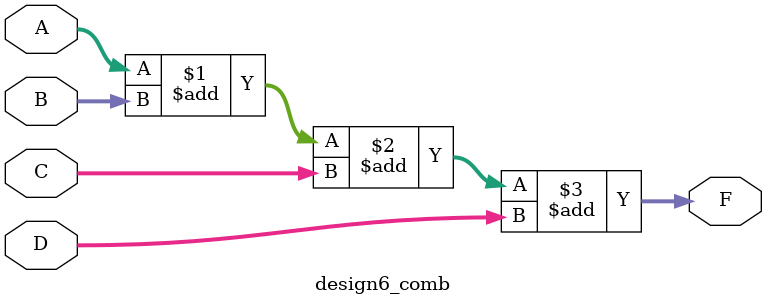
<source format=v>
module design6_comb #(parameter WIDTH = 4) (
    input  wire [WIDTH-1:0] A,
    input  wire [WIDTH-1:0] B,
    input  wire [WIDTH-1:0] C,
    input  wire [WIDTH-1:0] D,
    output wire [WIDTH+1:0] F
);
    assign F = A + B + C + D;
endmodule

</source>
